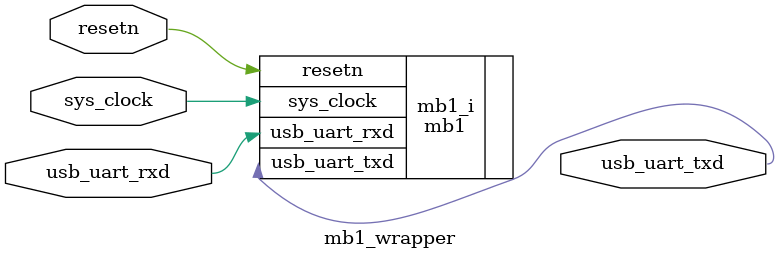
<source format=v>
`timescale 1 ps / 1 ps

module mb1_wrapper
   (resetn,
    sys_clock,
    usb_uart_rxd,
    usb_uart_txd);
  input resetn;
  input sys_clock;
  input usb_uart_rxd;
  output usb_uart_txd;

  wire resetn;
  wire sys_clock;
  wire usb_uart_rxd;
  wire usb_uart_txd;

  mb1 mb1_i
       (.resetn(resetn),
        .sys_clock(sys_clock),
        .usb_uart_rxd(usb_uart_rxd),
        .usb_uart_txd(usb_uart_txd));
endmodule

</source>
